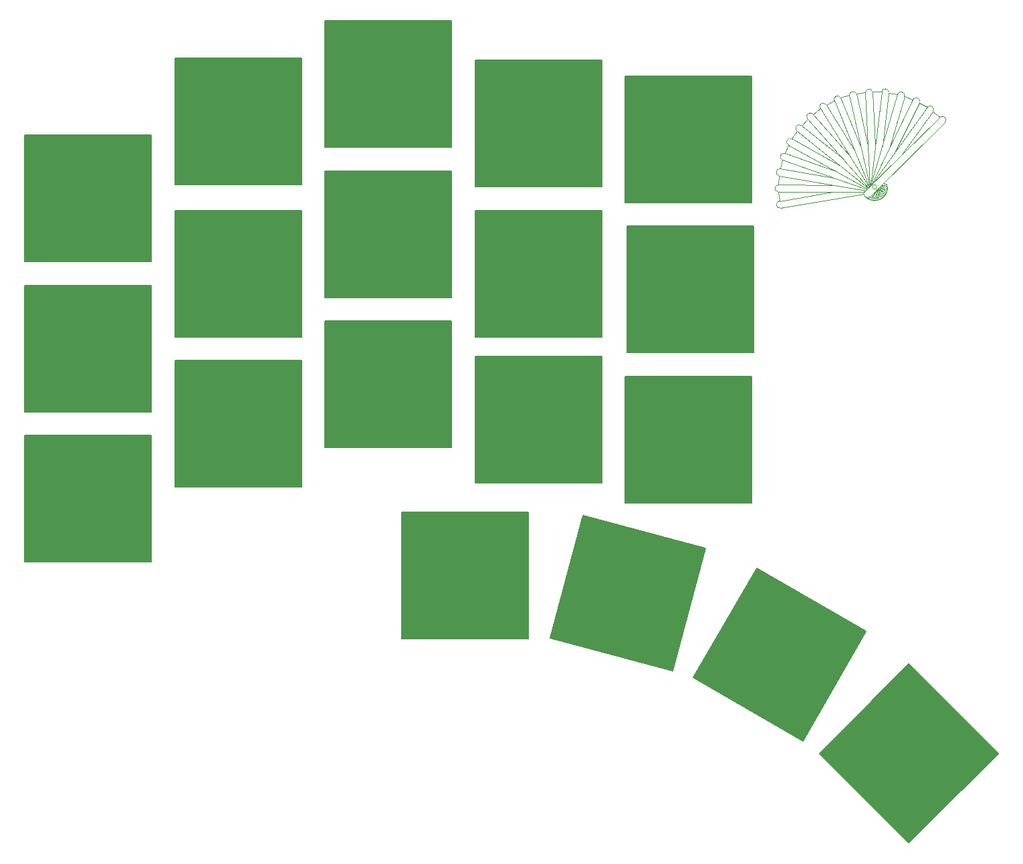
<source format=gbr>
%TF.GenerationSoftware,KiCad,Pcbnew,(5.99.0-10697-g71f40bd67c)*%
%TF.CreationDate,2021-06-16T08:39:25+02:00*%
%TF.ProjectId,switchplate,73776974-6368-4706-9c61-74652e6b6963,rev?*%
%TF.SameCoordinates,Original*%
%TF.FileFunction,Soldermask,Bot*%
%TF.FilePolarity,Negative*%
%FSLAX46Y46*%
G04 Gerber Fmt 4.6, Leading zero omitted, Abs format (unit mm)*
G04 Created by KiCad (PCBNEW (5.99.0-10697-g71f40bd67c)) date 2021-06-16 08:39:25*
%MOMM*%
%LPD*%
G01*
G04 APERTURE LIST*
%ADD10C,0.037120*%
%ADD11C,0.150000*%
G04 APERTURE END LIST*
D10*
X195443993Y-53976284D02*
G75*
G02*
X196252675Y-54371914I404341J-197815D01*
G01*
X188896494Y-60072764D02*
X186303807Y-53748995D01*
D11*
X118000000Y-103000000D02*
X102000000Y-103000000D01*
X102000000Y-103000000D02*
X102000000Y-87000000D01*
X102000000Y-87000000D02*
X118000000Y-87000000D01*
X118000000Y-87000000D02*
X118000000Y-103000000D01*
G36*
X118000000Y-103000000D02*
G01*
X102000000Y-103000000D01*
X102000000Y-87000000D01*
X118000000Y-87000000D01*
X118000000Y-103000000D01*
G37*
X118000000Y-103000000D02*
X102000000Y-103000000D01*
X102000000Y-87000000D01*
X118000000Y-87000000D01*
X118000000Y-103000000D01*
X194928930Y-148071068D02*
X183615225Y-136757357D01*
X183615225Y-136757357D02*
X194928932Y-125443648D01*
X194928932Y-125443648D02*
X206242642Y-136757357D01*
X206242642Y-136757357D02*
X194928930Y-148071068D01*
G36*
X206242642Y-136757357D02*
G01*
X194928930Y-148071068D01*
X183615225Y-136757357D01*
X194928932Y-125443648D01*
X206242642Y-136757357D01*
G37*
X206242642Y-136757357D02*
X194928930Y-148071068D01*
X183615225Y-136757357D01*
X194928932Y-125443648D01*
X206242642Y-136757357D01*
D10*
X185253273Y-64777003D02*
X178418393Y-64768776D01*
X191473471Y-52996995D02*
G75*
G02*
X192367274Y-53102552I445644J-63425D01*
G01*
X178929059Y-61611435D02*
G75*
G02*
X179228131Y-60762293I149536J424571D01*
G01*
X190797438Y-66395373D02*
G75*
G02*
X190131694Y-66735998I-447022J52791D01*
G01*
X196252675Y-54371914D02*
X197249956Y-54950924D01*
X185473564Y-54088584D02*
G75*
G02*
X186303807Y-53748995I430914J131184D01*
G01*
X180755279Y-57952069D02*
G75*
G02*
X181318605Y-57249815I281663J351127D01*
G01*
X191759614Y-65625319D02*
G75*
G02*
X191695696Y-66370379I-281664J-351108D01*
G01*
X191846282Y-64994738D02*
G75*
G02*
X192151610Y-65677452I-76104J-443668D01*
G01*
X190104203Y-64855320D02*
X193500009Y-53318749D01*
X190163233Y-66341807D02*
X190857590Y-65376759D01*
X197980725Y-55476716D02*
X198866620Y-56214967D01*
X193988876Y-61024759D02*
X197980725Y-55476716D01*
X191377967Y-66134398D02*
G75*
G02*
X190960967Y-66755434I-416432J-170900D01*
G01*
X192433654Y-60129698D02*
X194363639Y-53572959D01*
X188069006Y-60428160D02*
X184454047Y-54627494D01*
D11*
X137000000Y-79000000D02*
X121000000Y-79000000D01*
X121000000Y-79000000D02*
X121000000Y-63000000D01*
X121000000Y-63000000D02*
X137000000Y-63000000D01*
X137000000Y-63000000D02*
X137000000Y-79000000D01*
G36*
X137000000Y-79000000D02*
G01*
X121000000Y-79000000D01*
X121000000Y-63000000D01*
X137000000Y-63000000D01*
X137000000Y-79000000D01*
G37*
X137000000Y-79000000D02*
X121000000Y-79000000D01*
X121000000Y-63000000D01*
X137000000Y-63000000D01*
X137000000Y-79000000D01*
D10*
X180124864Y-58917672D02*
X180755283Y-57952061D01*
X194363639Y-53572959D02*
X195443990Y-53976291D01*
D11*
X156000000Y-84000000D02*
X140000000Y-84000000D01*
X140000000Y-84000000D02*
X140000000Y-68000000D01*
X140000000Y-68000000D02*
X156000000Y-68000000D01*
X156000000Y-68000000D02*
X156000000Y-84000000D01*
G36*
X156000000Y-84000000D02*
G01*
X140000000Y-84000000D01*
X140000000Y-68000000D01*
X156000000Y-68000000D01*
X156000000Y-84000000D01*
G37*
X156000000Y-84000000D02*
X140000000Y-84000000D01*
X140000000Y-68000000D01*
X156000000Y-68000000D01*
X156000000Y-84000000D01*
D10*
X191200206Y-66254020D02*
X190977681Y-65258342D01*
X189278448Y-65682113D02*
X178417315Y-65669048D01*
X185267599Y-65677291D02*
X178528383Y-66816866D01*
X191846287Y-64994735D02*
X191334112Y-64906880D01*
D11*
X99000000Y-112500000D02*
X83000000Y-112500000D01*
X83000000Y-112500000D02*
X83000000Y-96500000D01*
X83000000Y-96500000D02*
X99000000Y-96500000D01*
X99000000Y-96500000D02*
X99000000Y-112500000D01*
G36*
X99000000Y-112500000D02*
G01*
X83000000Y-112500000D01*
X83000000Y-96500000D01*
X99000000Y-96500000D01*
X99000000Y-112500000D01*
G37*
X99000000Y-112500000D02*
X83000000Y-112500000D01*
X83000000Y-96500000D01*
X99000000Y-96500000D01*
X99000000Y-112500000D01*
D10*
X189335706Y-65613108D02*
X198866620Y-56214967D01*
X178501637Y-63618595D02*
G75*
G02*
X178653871Y-62731301I76117J443647D01*
G01*
D11*
X137000000Y-98000000D02*
X121000000Y-98000000D01*
X121000000Y-98000000D02*
X121000000Y-82000000D01*
X121000000Y-82000000D02*
X137000000Y-82000000D01*
X137000000Y-82000000D02*
X137000000Y-98000000D01*
G36*
X137000000Y-98000000D02*
G01*
X121000000Y-98000000D01*
X121000000Y-82000000D01*
X137000000Y-82000000D01*
X137000000Y-98000000D01*
G37*
X137000000Y-98000000D02*
X121000000Y-98000000D01*
X121000000Y-82000000D01*
X137000000Y-82000000D01*
X137000000Y-98000000D01*
D10*
X191004802Y-66341726D02*
X190950688Y-65284960D01*
X191565674Y-59890272D02*
X192367274Y-53102552D01*
X191004801Y-66341724D02*
G75*
G02*
X190405700Y-66789306I-449544J-23021D01*
G01*
X188294886Y-53188611D02*
X189434035Y-53019438D01*
X190171285Y-64789174D02*
X197249956Y-54950924D01*
X190370600Y-66395416D02*
X190879519Y-65355137D01*
X190843719Y-65022619D02*
G75*
G03*
X190843719Y-65022619I-270942J0D01*
G01*
X191853171Y-65208826D02*
G75*
G02*
X192042971Y-65929155I-149532J-424570D01*
G01*
X178418393Y-64768776D02*
X178501634Y-63618602D01*
X189838146Y-65117666D02*
X182102215Y-56403775D01*
X189967818Y-66254138D02*
G75*
G02*
X189335706Y-65613108I-316056J320515D01*
G01*
X189945549Y-65011764D02*
X185473558Y-54088587D01*
X191803562Y-64784861D02*
G75*
G02*
X192219200Y-65406566I-529J-450143D01*
G01*
X189990213Y-64967724D02*
X187402711Y-53387322D01*
X192367274Y-53102552D02*
X193500009Y-53318749D01*
D11*
X118000000Y-64750000D02*
X102000000Y-64750000D01*
X102000000Y-64750000D02*
X102000000Y-48750000D01*
X102000000Y-48750000D02*
X118000000Y-48750000D01*
X118000000Y-48750000D02*
X118000000Y-64750000D01*
G36*
X118000000Y-64750000D02*
G01*
X102000000Y-64750000D01*
X102000000Y-48750000D01*
X118000000Y-48750000D01*
X118000000Y-64750000D01*
G37*
X118000000Y-64750000D02*
X102000000Y-64750000D01*
X102000000Y-48750000D01*
X118000000Y-48750000D01*
X118000000Y-64750000D01*
D10*
X187402710Y-53387326D02*
G75*
G02*
X188294886Y-53188611I478004J-43936D01*
G01*
X197249957Y-54950918D02*
G75*
G02*
X197980725Y-55476716I365384J-262899D01*
G01*
X191803562Y-64784865D02*
X191458262Y-64784458D01*
D11*
X99000000Y-74500000D02*
X83000000Y-74500000D01*
X83000000Y-74500000D02*
X83000000Y-58500000D01*
X83000000Y-58500000D02*
X99000000Y-58500000D01*
X99000000Y-58500000D02*
X99000000Y-74500000D01*
G36*
X99000000Y-74500000D02*
G01*
X83000000Y-74500000D01*
X83000000Y-58500000D01*
X99000000Y-58500000D01*
X99000000Y-74500000D01*
G37*
X99000000Y-74500000D02*
X83000000Y-74500000D01*
X83000000Y-58500000D01*
X99000000Y-58500000D01*
X99000000Y-74500000D01*
D10*
X189770808Y-65184070D02*
X180755283Y-57952061D01*
X178528383Y-66816866D02*
X178417315Y-65669048D01*
X189776305Y-59861175D02*
X188294886Y-53188611D01*
X189587110Y-65365206D02*
X178929064Y-61611433D01*
D11*
X175000000Y-105000000D02*
X159000000Y-105000000D01*
X159000000Y-105000000D02*
X159000000Y-89000000D01*
X159000000Y-89000000D02*
X175000000Y-89000000D01*
X175000000Y-89000000D02*
X175000000Y-105000000D01*
G36*
X175000000Y-105000000D02*
G01*
X159000000Y-105000000D01*
X159000000Y-89000000D01*
X175000000Y-89000000D01*
X175000000Y-105000000D01*
G37*
X175000000Y-105000000D02*
X159000000Y-105000000D01*
X159000000Y-89000000D01*
X175000000Y-89000000D01*
X175000000Y-105000000D01*
X99000000Y-93500000D02*
X83000000Y-93500000D01*
X83000000Y-93500000D02*
X83000000Y-77500000D01*
X83000000Y-77500000D02*
X99000000Y-77500000D01*
X99000000Y-77500000D02*
X99000000Y-93500000D01*
G36*
X99000000Y-93500000D02*
G01*
X83000000Y-93500000D01*
X83000000Y-77500000D01*
X99000000Y-77500000D01*
X99000000Y-93500000D01*
G37*
X99000000Y-93500000D02*
X83000000Y-93500000D01*
X83000000Y-77500000D01*
X99000000Y-77500000D01*
X99000000Y-93500000D01*
D10*
X182102214Y-56403786D02*
G75*
G02*
X182775458Y-55806089I337236J298157D01*
G01*
X189689332Y-65264415D02*
X179687458Y-59704541D01*
X185390322Y-63887093D02*
X178653871Y-62731301D01*
X191823999Y-65421028D02*
X191177279Y-65061531D01*
D11*
X181499999Y-135160255D02*
X167643595Y-127160253D01*
X167643595Y-127160253D02*
X175643592Y-113303845D01*
X175643592Y-113303845D02*
X189499999Y-121303845D01*
X189499999Y-121303845D02*
X181499999Y-135160255D01*
G36*
X189499999Y-121303845D02*
G01*
X181499999Y-135160255D01*
X167643595Y-127160253D01*
X175643592Y-113303845D01*
X189499999Y-121303845D01*
G37*
X189499999Y-121303845D02*
X181499999Y-135160255D01*
X167643595Y-127160253D01*
X175643592Y-113303845D01*
X189499999Y-121303845D01*
D10*
X191661839Y-65815872D02*
X191078570Y-65158858D01*
X191377966Y-66134400D02*
X191006693Y-65229735D01*
D11*
X156000000Y-102500000D02*
X140000000Y-102500000D01*
X140000000Y-102500000D02*
X140000000Y-86500000D01*
X140000000Y-86500000D02*
X156000000Y-86500000D01*
X156000000Y-86500000D02*
X156000000Y-102500000D01*
G36*
X156000000Y-102500000D02*
G01*
X140000000Y-102500000D01*
X140000000Y-86500000D01*
X156000000Y-86500000D01*
X156000000Y-102500000D01*
G37*
X156000000Y-102500000D02*
X140000000Y-102500000D01*
X140000000Y-86500000D01*
X156000000Y-86500000D01*
X156000000Y-102500000D01*
D10*
X191533453Y-65987294D02*
G75*
G02*
X191226464Y-66669214I-382019J-238082D01*
G01*
X191823997Y-65421030D02*
G75*
G02*
X191883955Y-66170771I-216604J-394590D01*
G01*
X179228131Y-60762293D02*
X179687458Y-59704541D01*
X183689999Y-55103642D02*
G75*
G02*
X184454047Y-54627494I382749J236910D01*
G01*
X182775458Y-55806089D02*
X183690006Y-55103644D01*
X181318605Y-57249815D02*
X182102215Y-56403775D01*
X191759612Y-65625323D02*
X191123240Y-65114815D01*
X190370602Y-66395416D02*
G75*
G02*
X189629621Y-66496430I-404342J197810D01*
G01*
X186303807Y-53748995D02*
X187402711Y-53387322D01*
X189201705Y-65925099D02*
X178678503Y-67704611D01*
D11*
X175250000Y-86000000D02*
X159250000Y-86000000D01*
X159250000Y-86000000D02*
X159250000Y-70000000D01*
X159250000Y-70000000D02*
X175250000Y-70000000D01*
X175250000Y-70000000D02*
X175250000Y-86000000D01*
G36*
X175250000Y-86000000D02*
G01*
X159250000Y-86000000D01*
X159250000Y-70000000D01*
X175250000Y-70000000D01*
X175250000Y-86000000D01*
G37*
X175250000Y-86000000D02*
X159250000Y-86000000D01*
X159250000Y-70000000D01*
X175250000Y-70000000D01*
X175250000Y-86000000D01*
X164984226Y-126272972D02*
X149529414Y-122131867D01*
X149529414Y-122131867D02*
X153670517Y-106677052D01*
X153670517Y-106677052D02*
X169125331Y-110818155D01*
X169125331Y-110818155D02*
X164984226Y-126272972D01*
G36*
X169125331Y-110818155D02*
G01*
X164984226Y-126272972D01*
X149529414Y-122131867D01*
X153670517Y-106677052D01*
X169125331Y-110818155D01*
G37*
X169125331Y-110818155D02*
X164984226Y-126272972D01*
X149529414Y-122131867D01*
X153670517Y-106677052D01*
X169125331Y-110818155D01*
D10*
X189434040Y-53019439D02*
G75*
G02*
X190320672Y-52974034I447499J-58981D01*
G01*
X190320672Y-52974034D02*
X191473466Y-52996998D01*
X190163231Y-66341808D02*
G75*
G02*
X189415813Y-66316966I-365384J262895D01*
G01*
X184454047Y-54627494D02*
X185473558Y-54088587D01*
X190584027Y-66413447D02*
G75*
G02*
X189870527Y-66637444I-431816J127109D01*
G01*
X191726214Y-64585146D02*
G75*
G02*
X192240329Y-65128218I75056J-443833D01*
G01*
X186098796Y-62238484D02*
X180124864Y-58917672D01*
X193249112Y-60511479D02*
X196252675Y-54371914D01*
X186650100Y-61526596D02*
X181318605Y-57249815D01*
X178417309Y-65669050D02*
G75*
G02*
X178418393Y-64768776I542J450137D01*
G01*
X193500013Y-53318751D02*
G75*
G02*
X194363639Y-53572959I431813J-127104D01*
G01*
D11*
X175000000Y-67000000D02*
X159000000Y-67000000D01*
X159000000Y-67000000D02*
X159000000Y-51000000D01*
X159000000Y-51000000D02*
X175000000Y-51000000D01*
X175000000Y-51000000D02*
X175000000Y-67000000D01*
G36*
X175000000Y-67000000D02*
G01*
X159000000Y-67000000D01*
X159000000Y-51000000D01*
X175000000Y-51000000D01*
X175000000Y-67000000D01*
G37*
X175000000Y-67000000D02*
X159000000Y-67000000D01*
X159000000Y-51000000D01*
X175000000Y-51000000D01*
X175000000Y-67000000D01*
D10*
X189967812Y-66254141D02*
X199498726Y-56855999D01*
X178678500Y-67704605D02*
G75*
G02*
X178528383Y-66816866I-75059J443869D01*
G01*
X189895483Y-65061135D02*
X183690006Y-55103644D01*
X189452902Y-65497548D02*
X178501634Y-63618602D01*
X191661838Y-65815874D02*
G75*
G02*
X191473698Y-66539654I-336621J-298841D01*
G01*
X191200210Y-66254013D02*
G75*
G02*
X190684767Y-66795848I-439301J-98183D01*
G01*
D11*
X137000000Y-60000000D02*
X121000000Y-60000000D01*
X121000000Y-60000000D02*
X121000000Y-44000000D01*
X121000000Y-44000000D02*
X137000000Y-44000000D01*
X137000000Y-44000000D02*
X137000000Y-60000000D01*
G36*
X137000000Y-60000000D02*
G01*
X121000000Y-60000000D01*
X121000000Y-44000000D01*
X137000000Y-44000000D01*
X137000000Y-60000000D01*
G37*
X137000000Y-60000000D02*
X121000000Y-60000000D01*
X121000000Y-44000000D01*
X137000000Y-44000000D01*
X137000000Y-60000000D01*
D10*
X190068656Y-64890370D02*
X191473466Y-52996998D01*
X187313113Y-60917386D02*
X182775458Y-55806089D01*
X191726214Y-64585146D02*
X191646764Y-64598582D01*
X191533456Y-65987297D02*
X191040540Y-65196362D01*
D11*
X146750000Y-122250000D02*
X130750000Y-122250000D01*
X130750000Y-122250000D02*
X130750000Y-106250000D01*
X130750000Y-106250000D02*
X146750000Y-106250000D01*
X146750000Y-106250000D02*
X146750000Y-122250000D01*
G36*
X146750000Y-122250000D02*
G01*
X130750000Y-122250000D01*
X130750000Y-106250000D01*
X146750000Y-106250000D01*
X146750000Y-122250000D01*
G37*
X146750000Y-122250000D02*
X130750000Y-122250000D01*
X130750000Y-106250000D01*
X146750000Y-106250000D01*
X146750000Y-122250000D01*
D10*
X190797445Y-66395374D02*
X190925668Y-65309631D01*
X190584025Y-66413443D02*
X190902088Y-65332883D01*
D11*
X156000000Y-65000000D02*
X140000000Y-65000000D01*
X140000000Y-65000000D02*
X140000000Y-49000000D01*
X140000000Y-49000000D02*
X156000000Y-49000000D01*
X156000000Y-49000000D02*
X156000000Y-65000000D01*
G36*
X156000000Y-65000000D02*
G01*
X140000000Y-65000000D01*
X140000000Y-49000000D01*
X156000000Y-49000000D01*
X156000000Y-65000000D01*
G37*
X156000000Y-65000000D02*
X140000000Y-65000000D01*
X140000000Y-49000000D01*
X156000000Y-49000000D01*
X156000000Y-65000000D01*
D10*
X190669915Y-59800000D02*
X190320672Y-52974034D01*
X191853171Y-65208825D02*
X191245085Y-64994662D01*
D11*
X118000000Y-84000000D02*
X102000000Y-84000000D01*
X102000000Y-84000000D02*
X102000000Y-68000000D01*
X102000000Y-68000000D02*
X118000000Y-68000000D01*
X118000000Y-68000000D02*
X118000000Y-84000000D01*
G36*
X118000000Y-84000000D02*
G01*
X102000000Y-84000000D01*
X102000000Y-68000000D01*
X118000000Y-68000000D01*
X118000000Y-84000000D01*
G37*
X118000000Y-84000000D02*
X102000000Y-84000000D01*
X102000000Y-68000000D01*
X118000000Y-68000000D01*
X118000000Y-84000000D01*
D10*
X178653871Y-62731301D02*
X178929064Y-61611433D01*
X198866622Y-56214965D02*
G75*
G02*
X199498726Y-56855999I316052J-320517D01*
G01*
X190029813Y-64928674D02*
X189434035Y-53019438D01*
X190138229Y-64821769D02*
X195443990Y-53976291D01*
X179687458Y-59704536D02*
G75*
G02*
X180124864Y-58917672I218703J393432D01*
G01*
X185674858Y-63032835D02*
X179228131Y-60762293D01*
M02*

</source>
